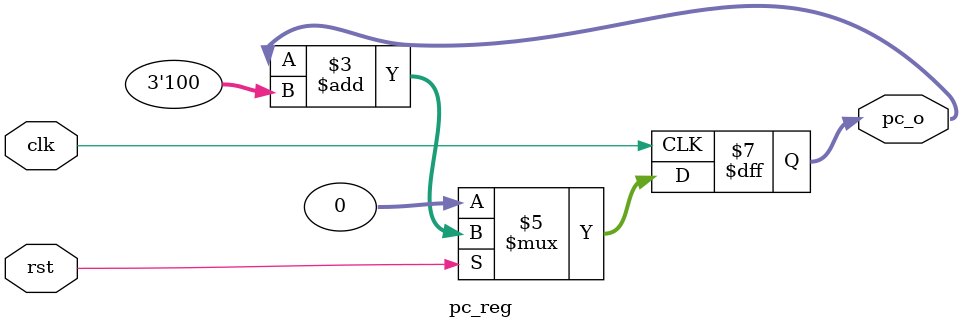
<source format=v>
module pc_reg(
    input   wire            clk,
    input   wire            rst,
    output  reg     [31:0]  pc_o
);


    always@(posedge clk) begin
        if(rst == 1'b0)
            pc_o <= 32'b0;
        else
            pc_o <= pc_o + 3'd4;
    end


endmodule


</source>
